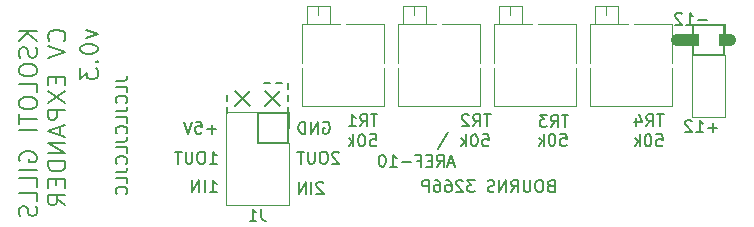
<source format=gbr>
%TF.GenerationSoftware,KiCad,Pcbnew,9.0.6-9.0.6~ubuntu24.04.1*%
%TF.CreationDate,2025-11-20T00:47:47+08:00*%
%TF.ProjectId,ksoloti-gills-cv-expander,6b736f6c-6f74-4692-9d67-696c6c732d63,v0.3*%
%TF.SameCoordinates,Original*%
%TF.FileFunction,Legend,Bot*%
%TF.FilePolarity,Positive*%
%FSLAX46Y46*%
G04 Gerber Fmt 4.6, Leading zero omitted, Abs format (unit mm)*
G04 Created by KiCad (PCBNEW 9.0.6-9.0.6~ubuntu24.04.1) date 2025-11-20 00:47:47*
%MOMM*%
%LPD*%
G01*
G04 APERTURE LIST*
%ADD10C,0.150000*%
%ADD11C,1.000000*%
%ADD12C,0.200000*%
%ADD13C,0.120000*%
%ADD14C,0.650000*%
%ADD15C,1.152000*%
%ADD16C,1.000000*%
%ADD17C,1.440000*%
%ADD18R,1.700000X1.700000*%
%ADD19C,1.700000*%
G04 APERTURE END LIST*
D10*
X-3175000Y3175000D02*
X-1905000Y1905000D01*
X-3870000Y1330000D02*
X-3870000Y1838000D01*
X35590000Y8790000D02*
X38250000Y8790000D01*
X38250000Y6190000D01*
X35590000Y6190000D01*
X35590000Y8790000D01*
X-635000Y3175000D02*
X635000Y1905000D01*
X-194000Y3870000D02*
X-702000Y3870000D01*
X1330000Y3362000D02*
X1330000Y3870000D01*
X-1270000Y1330000D02*
X1330000Y1330000D01*
X1330000Y-1270000D01*
X-1270000Y-1270000D01*
X-1270000Y1330000D01*
X-3175000Y1905000D02*
X-1905000Y3175000D01*
D11*
X38735000Y7518000D02*
X34285000Y7518000D01*
D10*
X1330000Y1330000D02*
X1330000Y1838000D01*
X-3870000Y2346000D02*
X-3870000Y2854000D01*
X-635000Y1905000D02*
X635000Y3175000D01*
X822000Y3870000D02*
X314000Y3870000D01*
X15113000Y127000D02*
X13970000Y-1778000D01*
X1330000Y2346000D02*
X1330000Y2854000D01*
X4284398Y512562D02*
X4379636Y560181D01*
X4379636Y560181D02*
X4522493Y560181D01*
X4522493Y560181D02*
X4665350Y512562D01*
X4665350Y512562D02*
X4760588Y417324D01*
X4760588Y417324D02*
X4808207Y322086D01*
X4808207Y322086D02*
X4855826Y131610D01*
X4855826Y131610D02*
X4855826Y-11247D01*
X4855826Y-11247D02*
X4808207Y-201723D01*
X4808207Y-201723D02*
X4760588Y-296961D01*
X4760588Y-296961D02*
X4665350Y-392200D01*
X4665350Y-392200D02*
X4522493Y-439819D01*
X4522493Y-439819D02*
X4427255Y-439819D01*
X4427255Y-439819D02*
X4284398Y-392200D01*
X4284398Y-392200D02*
X4236779Y-344580D01*
X4236779Y-344580D02*
X4236779Y-11247D01*
X4236779Y-11247D02*
X4427255Y-11247D01*
X3808207Y-439819D02*
X3808207Y560181D01*
X3808207Y560181D02*
X3236779Y-439819D01*
X3236779Y-439819D02*
X3236779Y560181D01*
X2760588Y-439819D02*
X2760588Y560181D01*
X2760588Y560181D02*
X2522493Y560181D01*
X2522493Y560181D02*
X2379636Y512562D01*
X2379636Y512562D02*
X2284398Y417324D01*
X2284398Y417324D02*
X2236779Y322086D01*
X2236779Y322086D02*
X2189160Y131610D01*
X2189160Y131610D02*
X2189160Y-11247D01*
X2189160Y-11247D02*
X2236779Y-201723D01*
X2236779Y-201723D02*
X2284398Y-296961D01*
X2284398Y-296961D02*
X2379636Y-392200D01*
X2379636Y-392200D02*
X2522493Y-439819D01*
X2522493Y-439819D02*
X2760588Y-439819D01*
X37650332Y68134D02*
X36888428Y68134D01*
X37269380Y-312819D02*
X37269380Y449086D01*
X35888428Y-312819D02*
X36459856Y-312819D01*
X36174142Y-312819D02*
X36174142Y687181D01*
X36174142Y687181D02*
X36269380Y544324D01*
X36269380Y544324D02*
X36364618Y449086D01*
X36364618Y449086D02*
X36459856Y401467D01*
X35507475Y591943D02*
X35459856Y639562D01*
X35459856Y639562D02*
X35364618Y687181D01*
X35364618Y687181D02*
X35126523Y687181D01*
X35126523Y687181D02*
X35031285Y639562D01*
X35031285Y639562D02*
X34983666Y591943D01*
X34983666Y591943D02*
X34936047Y496705D01*
X34936047Y496705D02*
X34936047Y401467D01*
X34936047Y401467D02*
X34983666Y258610D01*
X34983666Y258610D02*
X35555094Y-312819D01*
X35555094Y-312819D02*
X34936047Y-312819D01*
X-13295981Y4009449D02*
X-12581696Y4009449D01*
X-12581696Y4009449D02*
X-12438839Y4057068D01*
X-12438839Y4057068D02*
X-12343600Y4152306D01*
X-12343600Y4152306D02*
X-12295981Y4295163D01*
X-12295981Y4295163D02*
X-12295981Y4390401D01*
X-12295981Y3057068D02*
X-12295981Y3533258D01*
X-12295981Y3533258D02*
X-13295981Y3533258D01*
X-12391220Y2152306D02*
X-12343600Y2199925D01*
X-12343600Y2199925D02*
X-12295981Y2342782D01*
X-12295981Y2342782D02*
X-12295981Y2438020D01*
X-12295981Y2438020D02*
X-12343600Y2580877D01*
X-12343600Y2580877D02*
X-12438839Y2676115D01*
X-12438839Y2676115D02*
X-12534077Y2723734D01*
X-12534077Y2723734D02*
X-12724553Y2771353D01*
X-12724553Y2771353D02*
X-12867410Y2771353D01*
X-12867410Y2771353D02*
X-13057886Y2723734D01*
X-13057886Y2723734D02*
X-13153124Y2676115D01*
X-13153124Y2676115D02*
X-13248362Y2580877D01*
X-13248362Y2580877D02*
X-13295981Y2438020D01*
X-13295981Y2438020D02*
X-13295981Y2342782D01*
X-13295981Y2342782D02*
X-13248362Y2199925D01*
X-13248362Y2199925D02*
X-13200743Y2152306D01*
X-13295981Y1438020D02*
X-12581696Y1438020D01*
X-12581696Y1438020D02*
X-12438839Y1485639D01*
X-12438839Y1485639D02*
X-12343600Y1580877D01*
X-12343600Y1580877D02*
X-12295981Y1723734D01*
X-12295981Y1723734D02*
X-12295981Y1818972D01*
X-12295981Y485639D02*
X-12295981Y961829D01*
X-12295981Y961829D02*
X-13295981Y961829D01*
X-12391220Y-419123D02*
X-12343600Y-371504D01*
X-12343600Y-371504D02*
X-12295981Y-228647D01*
X-12295981Y-228647D02*
X-12295981Y-133409D01*
X-12295981Y-133409D02*
X-12343600Y9448D01*
X-12343600Y9448D02*
X-12438839Y104686D01*
X-12438839Y104686D02*
X-12534077Y152305D01*
X-12534077Y152305D02*
X-12724553Y199924D01*
X-12724553Y199924D02*
X-12867410Y199924D01*
X-12867410Y199924D02*
X-13057886Y152305D01*
X-13057886Y152305D02*
X-13153124Y104686D01*
X-13153124Y104686D02*
X-13248362Y9448D01*
X-13248362Y9448D02*
X-13295981Y-133409D01*
X-13295981Y-133409D02*
X-13295981Y-228647D01*
X-13295981Y-228647D02*
X-13248362Y-371504D01*
X-13248362Y-371504D02*
X-13200743Y-419123D01*
X-13295981Y-1133409D02*
X-12581696Y-1133409D01*
X-12581696Y-1133409D02*
X-12438839Y-1085790D01*
X-12438839Y-1085790D02*
X-12343600Y-990552D01*
X-12343600Y-990552D02*
X-12295981Y-847695D01*
X-12295981Y-847695D02*
X-12295981Y-752457D01*
X-12295981Y-2085790D02*
X-12295981Y-1609600D01*
X-12295981Y-1609600D02*
X-13295981Y-1609600D01*
X-12391220Y-2990552D02*
X-12343600Y-2942933D01*
X-12343600Y-2942933D02*
X-12295981Y-2800076D01*
X-12295981Y-2800076D02*
X-12295981Y-2704838D01*
X-12295981Y-2704838D02*
X-12343600Y-2561981D01*
X-12343600Y-2561981D02*
X-12438839Y-2466743D01*
X-12438839Y-2466743D02*
X-12534077Y-2419124D01*
X-12534077Y-2419124D02*
X-12724553Y-2371505D01*
X-12724553Y-2371505D02*
X-12867410Y-2371505D01*
X-12867410Y-2371505D02*
X-13057886Y-2419124D01*
X-13057886Y-2419124D02*
X-13153124Y-2466743D01*
X-13153124Y-2466743D02*
X-13248362Y-2561981D01*
X-13248362Y-2561981D02*
X-13295981Y-2704838D01*
X-13295981Y-2704838D02*
X-13295981Y-2800076D01*
X-13295981Y-2800076D02*
X-13248362Y-2942933D01*
X-13248362Y-2942933D02*
X-13200743Y-2990552D01*
X-13295981Y-3704838D02*
X-12581696Y-3704838D01*
X-12581696Y-3704838D02*
X-12438839Y-3657219D01*
X-12438839Y-3657219D02*
X-12343600Y-3561981D01*
X-12343600Y-3561981D02*
X-12295981Y-3419124D01*
X-12295981Y-3419124D02*
X-12295981Y-3323886D01*
X-12295981Y-4657219D02*
X-12295981Y-4181029D01*
X-12295981Y-4181029D02*
X-13295981Y-4181029D01*
X-12391220Y-5561981D02*
X-12343600Y-5514362D01*
X-12343600Y-5514362D02*
X-12295981Y-5371505D01*
X-12295981Y-5371505D02*
X-12295981Y-5276267D01*
X-12295981Y-5276267D02*
X-12343600Y-5133410D01*
X-12343600Y-5133410D02*
X-12438839Y-5038172D01*
X-12438839Y-5038172D02*
X-12534077Y-4990553D01*
X-12534077Y-4990553D02*
X-12724553Y-4942934D01*
X-12724553Y-4942934D02*
X-12867410Y-4942934D01*
X-12867410Y-4942934D02*
X-13057886Y-4990553D01*
X-13057886Y-4990553D02*
X-13153124Y-5038172D01*
X-13153124Y-5038172D02*
X-13248362Y-5133410D01*
X-13248362Y-5133410D02*
X-13295981Y-5276267D01*
X-13295981Y-5276267D02*
X-13295981Y-5371505D01*
X-13295981Y-5371505D02*
X-13248362Y-5514362D01*
X-13248362Y-5514362D02*
X-13200743Y-5561981D01*
X-5310589Y-5392819D02*
X-4739161Y-5392819D01*
X-5024875Y-5392819D02*
X-5024875Y-4392819D01*
X-5024875Y-4392819D02*
X-4929637Y-4535676D01*
X-4929637Y-4535676D02*
X-4834399Y-4630914D01*
X-4834399Y-4630914D02*
X-4739161Y-4678533D01*
X-5739161Y-5392819D02*
X-5739161Y-4392819D01*
X-6215351Y-5392819D02*
X-6215351Y-4392819D01*
X-6215351Y-4392819D02*
X-6786779Y-5392819D01*
X-6786779Y-5392819D02*
X-6786779Y-4392819D01*
X-4786780Y-58866D02*
X-5548684Y-58866D01*
X-5167732Y-439819D02*
X-5167732Y322086D01*
X-6501065Y560181D02*
X-6024875Y560181D01*
X-6024875Y560181D02*
X-5977256Y83991D01*
X-5977256Y83991D02*
X-6024875Y131610D01*
X-6024875Y131610D02*
X-6120113Y179229D01*
X-6120113Y179229D02*
X-6358208Y179229D01*
X-6358208Y179229D02*
X-6453446Y131610D01*
X-6453446Y131610D02*
X-6501065Y83991D01*
X-6501065Y83991D02*
X-6548684Y-11247D01*
X-6548684Y-11247D02*
X-6548684Y-249342D01*
X-6548684Y-249342D02*
X-6501065Y-344580D01*
X-6501065Y-344580D02*
X-6453446Y-392200D01*
X-6453446Y-392200D02*
X-6358208Y-439819D01*
X-6358208Y-439819D02*
X-6120113Y-439819D01*
X-6120113Y-439819D02*
X-6024875Y-392200D01*
X-6024875Y-392200D02*
X-5977256Y-344580D01*
X-6834399Y560181D02*
X-7167732Y-439819D01*
X-7167732Y-439819D02*
X-7501065Y560181D01*
X23544904Y-4869009D02*
X23402047Y-4916628D01*
X23402047Y-4916628D02*
X23354428Y-4964247D01*
X23354428Y-4964247D02*
X23306809Y-5059485D01*
X23306809Y-5059485D02*
X23306809Y-5202342D01*
X23306809Y-5202342D02*
X23354428Y-5297580D01*
X23354428Y-5297580D02*
X23402047Y-5345200D01*
X23402047Y-5345200D02*
X23497285Y-5392819D01*
X23497285Y-5392819D02*
X23878237Y-5392819D01*
X23878237Y-5392819D02*
X23878237Y-4392819D01*
X23878237Y-4392819D02*
X23544904Y-4392819D01*
X23544904Y-4392819D02*
X23449666Y-4440438D01*
X23449666Y-4440438D02*
X23402047Y-4488057D01*
X23402047Y-4488057D02*
X23354428Y-4583295D01*
X23354428Y-4583295D02*
X23354428Y-4678533D01*
X23354428Y-4678533D02*
X23402047Y-4773771D01*
X23402047Y-4773771D02*
X23449666Y-4821390D01*
X23449666Y-4821390D02*
X23544904Y-4869009D01*
X23544904Y-4869009D02*
X23878237Y-4869009D01*
X22687761Y-4392819D02*
X22497285Y-4392819D01*
X22497285Y-4392819D02*
X22402047Y-4440438D01*
X22402047Y-4440438D02*
X22306809Y-4535676D01*
X22306809Y-4535676D02*
X22259190Y-4726152D01*
X22259190Y-4726152D02*
X22259190Y-5059485D01*
X22259190Y-5059485D02*
X22306809Y-5249961D01*
X22306809Y-5249961D02*
X22402047Y-5345200D01*
X22402047Y-5345200D02*
X22497285Y-5392819D01*
X22497285Y-5392819D02*
X22687761Y-5392819D01*
X22687761Y-5392819D02*
X22782999Y-5345200D01*
X22782999Y-5345200D02*
X22878237Y-5249961D01*
X22878237Y-5249961D02*
X22925856Y-5059485D01*
X22925856Y-5059485D02*
X22925856Y-4726152D01*
X22925856Y-4726152D02*
X22878237Y-4535676D01*
X22878237Y-4535676D02*
X22782999Y-4440438D01*
X22782999Y-4440438D02*
X22687761Y-4392819D01*
X21830618Y-4392819D02*
X21830618Y-5202342D01*
X21830618Y-5202342D02*
X21782999Y-5297580D01*
X21782999Y-5297580D02*
X21735380Y-5345200D01*
X21735380Y-5345200D02*
X21640142Y-5392819D01*
X21640142Y-5392819D02*
X21449666Y-5392819D01*
X21449666Y-5392819D02*
X21354428Y-5345200D01*
X21354428Y-5345200D02*
X21306809Y-5297580D01*
X21306809Y-5297580D02*
X21259190Y-5202342D01*
X21259190Y-5202342D02*
X21259190Y-4392819D01*
X20211571Y-5392819D02*
X20544904Y-4916628D01*
X20782999Y-5392819D02*
X20782999Y-4392819D01*
X20782999Y-4392819D02*
X20402047Y-4392819D01*
X20402047Y-4392819D02*
X20306809Y-4440438D01*
X20306809Y-4440438D02*
X20259190Y-4488057D01*
X20259190Y-4488057D02*
X20211571Y-4583295D01*
X20211571Y-4583295D02*
X20211571Y-4726152D01*
X20211571Y-4726152D02*
X20259190Y-4821390D01*
X20259190Y-4821390D02*
X20306809Y-4869009D01*
X20306809Y-4869009D02*
X20402047Y-4916628D01*
X20402047Y-4916628D02*
X20782999Y-4916628D01*
X19782999Y-5392819D02*
X19782999Y-4392819D01*
X19782999Y-4392819D02*
X19211571Y-5392819D01*
X19211571Y-5392819D02*
X19211571Y-4392819D01*
X18782999Y-5345200D02*
X18640142Y-5392819D01*
X18640142Y-5392819D02*
X18402047Y-5392819D01*
X18402047Y-5392819D02*
X18306809Y-5345200D01*
X18306809Y-5345200D02*
X18259190Y-5297580D01*
X18259190Y-5297580D02*
X18211571Y-5202342D01*
X18211571Y-5202342D02*
X18211571Y-5107104D01*
X18211571Y-5107104D02*
X18259190Y-5011866D01*
X18259190Y-5011866D02*
X18306809Y-4964247D01*
X18306809Y-4964247D02*
X18402047Y-4916628D01*
X18402047Y-4916628D02*
X18592523Y-4869009D01*
X18592523Y-4869009D02*
X18687761Y-4821390D01*
X18687761Y-4821390D02*
X18735380Y-4773771D01*
X18735380Y-4773771D02*
X18782999Y-4678533D01*
X18782999Y-4678533D02*
X18782999Y-4583295D01*
X18782999Y-4583295D02*
X18735380Y-4488057D01*
X18735380Y-4488057D02*
X18687761Y-4440438D01*
X18687761Y-4440438D02*
X18592523Y-4392819D01*
X18592523Y-4392819D02*
X18354428Y-4392819D01*
X18354428Y-4392819D02*
X18211571Y-4440438D01*
X17116332Y-4392819D02*
X16497285Y-4392819D01*
X16497285Y-4392819D02*
X16830618Y-4773771D01*
X16830618Y-4773771D02*
X16687761Y-4773771D01*
X16687761Y-4773771D02*
X16592523Y-4821390D01*
X16592523Y-4821390D02*
X16544904Y-4869009D01*
X16544904Y-4869009D02*
X16497285Y-4964247D01*
X16497285Y-4964247D02*
X16497285Y-5202342D01*
X16497285Y-5202342D02*
X16544904Y-5297580D01*
X16544904Y-5297580D02*
X16592523Y-5345200D01*
X16592523Y-5345200D02*
X16687761Y-5392819D01*
X16687761Y-5392819D02*
X16973475Y-5392819D01*
X16973475Y-5392819D02*
X17068713Y-5345200D01*
X17068713Y-5345200D02*
X17116332Y-5297580D01*
X16116332Y-4488057D02*
X16068713Y-4440438D01*
X16068713Y-4440438D02*
X15973475Y-4392819D01*
X15973475Y-4392819D02*
X15735380Y-4392819D01*
X15735380Y-4392819D02*
X15640142Y-4440438D01*
X15640142Y-4440438D02*
X15592523Y-4488057D01*
X15592523Y-4488057D02*
X15544904Y-4583295D01*
X15544904Y-4583295D02*
X15544904Y-4678533D01*
X15544904Y-4678533D02*
X15592523Y-4821390D01*
X15592523Y-4821390D02*
X16163951Y-5392819D01*
X16163951Y-5392819D02*
X15544904Y-5392819D01*
X14687761Y-4392819D02*
X14878237Y-4392819D01*
X14878237Y-4392819D02*
X14973475Y-4440438D01*
X14973475Y-4440438D02*
X15021094Y-4488057D01*
X15021094Y-4488057D02*
X15116332Y-4630914D01*
X15116332Y-4630914D02*
X15163951Y-4821390D01*
X15163951Y-4821390D02*
X15163951Y-5202342D01*
X15163951Y-5202342D02*
X15116332Y-5297580D01*
X15116332Y-5297580D02*
X15068713Y-5345200D01*
X15068713Y-5345200D02*
X14973475Y-5392819D01*
X14973475Y-5392819D02*
X14782999Y-5392819D01*
X14782999Y-5392819D02*
X14687761Y-5345200D01*
X14687761Y-5345200D02*
X14640142Y-5297580D01*
X14640142Y-5297580D02*
X14592523Y-5202342D01*
X14592523Y-5202342D02*
X14592523Y-4964247D01*
X14592523Y-4964247D02*
X14640142Y-4869009D01*
X14640142Y-4869009D02*
X14687761Y-4821390D01*
X14687761Y-4821390D02*
X14782999Y-4773771D01*
X14782999Y-4773771D02*
X14973475Y-4773771D01*
X14973475Y-4773771D02*
X15068713Y-4821390D01*
X15068713Y-4821390D02*
X15116332Y-4869009D01*
X15116332Y-4869009D02*
X15163951Y-4964247D01*
X13735380Y-4392819D02*
X13925856Y-4392819D01*
X13925856Y-4392819D02*
X14021094Y-4440438D01*
X14021094Y-4440438D02*
X14068713Y-4488057D01*
X14068713Y-4488057D02*
X14163951Y-4630914D01*
X14163951Y-4630914D02*
X14211570Y-4821390D01*
X14211570Y-4821390D02*
X14211570Y-5202342D01*
X14211570Y-5202342D02*
X14163951Y-5297580D01*
X14163951Y-5297580D02*
X14116332Y-5345200D01*
X14116332Y-5345200D02*
X14021094Y-5392819D01*
X14021094Y-5392819D02*
X13830618Y-5392819D01*
X13830618Y-5392819D02*
X13735380Y-5345200D01*
X13735380Y-5345200D02*
X13687761Y-5297580D01*
X13687761Y-5297580D02*
X13640142Y-5202342D01*
X13640142Y-5202342D02*
X13640142Y-4964247D01*
X13640142Y-4964247D02*
X13687761Y-4869009D01*
X13687761Y-4869009D02*
X13735380Y-4821390D01*
X13735380Y-4821390D02*
X13830618Y-4773771D01*
X13830618Y-4773771D02*
X14021094Y-4773771D01*
X14021094Y-4773771D02*
X14116332Y-4821390D01*
X14116332Y-4821390D02*
X14163951Y-4869009D01*
X14163951Y-4869009D02*
X14211570Y-4964247D01*
X13211570Y-5392819D02*
X13211570Y-4392819D01*
X13211570Y-4392819D02*
X12830618Y-4392819D01*
X12830618Y-4392819D02*
X12735380Y-4440438D01*
X12735380Y-4440438D02*
X12687761Y-4488057D01*
X12687761Y-4488057D02*
X12640142Y-4583295D01*
X12640142Y-4583295D02*
X12640142Y-4726152D01*
X12640142Y-4726152D02*
X12687761Y-4821390D01*
X12687761Y-4821390D02*
X12735380Y-4869009D01*
X12735380Y-4869009D02*
X12830618Y-4916628D01*
X12830618Y-4916628D02*
X13211570Y-4916628D01*
D12*
X-15810472Y8365857D02*
X-14810472Y8008714D01*
X-14810472Y8008714D02*
X-15810472Y7651571D01*
X-16310472Y6794428D02*
X-16310472Y6651571D01*
X-16310472Y6651571D02*
X-16239043Y6508714D01*
X-16239043Y6508714D02*
X-16167615Y6437285D01*
X-16167615Y6437285D02*
X-16024758Y6365857D01*
X-16024758Y6365857D02*
X-15739043Y6294428D01*
X-15739043Y6294428D02*
X-15381900Y6294428D01*
X-15381900Y6294428D02*
X-15096186Y6365857D01*
X-15096186Y6365857D02*
X-14953329Y6437285D01*
X-14953329Y6437285D02*
X-14881900Y6508714D01*
X-14881900Y6508714D02*
X-14810472Y6651571D01*
X-14810472Y6651571D02*
X-14810472Y6794428D01*
X-14810472Y6794428D02*
X-14881900Y6937285D01*
X-14881900Y6937285D02*
X-14953329Y7008714D01*
X-14953329Y7008714D02*
X-15096186Y7080143D01*
X-15096186Y7080143D02*
X-15381900Y7151571D01*
X-15381900Y7151571D02*
X-15739043Y7151571D01*
X-15739043Y7151571D02*
X-16024758Y7080143D01*
X-16024758Y7080143D02*
X-16167615Y7008714D01*
X-16167615Y7008714D02*
X-16239043Y6937285D01*
X-16239043Y6937285D02*
X-16310472Y6794428D01*
X-14953329Y5651572D02*
X-14881900Y5580143D01*
X-14881900Y5580143D02*
X-14810472Y5651572D01*
X-14810472Y5651572D02*
X-14881900Y5723000D01*
X-14881900Y5723000D02*
X-14953329Y5651572D01*
X-14953329Y5651572D02*
X-14810472Y5651572D01*
X-16310472Y5080143D02*
X-16310472Y4151571D01*
X-16310472Y4151571D02*
X-15739043Y4651571D01*
X-15739043Y4651571D02*
X-15739043Y4437286D01*
X-15739043Y4437286D02*
X-15667615Y4294428D01*
X-15667615Y4294428D02*
X-15596186Y4223000D01*
X-15596186Y4223000D02*
X-15453329Y4151571D01*
X-15453329Y4151571D02*
X-15096186Y4151571D01*
X-15096186Y4151571D02*
X-14953329Y4223000D01*
X-14953329Y4223000D02*
X-14881900Y4294428D01*
X-14881900Y4294428D02*
X-14810472Y4437286D01*
X-14810472Y4437286D02*
X-14810472Y4865857D01*
X-14810472Y4865857D02*
X-14881900Y5008714D01*
X-14881900Y5008714D02*
X-14953329Y5080143D01*
D10*
X4284397Y-4630057D02*
X4236778Y-4582438D01*
X4236778Y-4582438D02*
X4141540Y-4534819D01*
X4141540Y-4534819D02*
X3903445Y-4534819D01*
X3903445Y-4534819D02*
X3808207Y-4582438D01*
X3808207Y-4582438D02*
X3760588Y-4630057D01*
X3760588Y-4630057D02*
X3712969Y-4725295D01*
X3712969Y-4725295D02*
X3712969Y-4820533D01*
X3712969Y-4820533D02*
X3760588Y-4963390D01*
X3760588Y-4963390D02*
X4332016Y-5534819D01*
X4332016Y-5534819D02*
X3712969Y-5534819D01*
X3284397Y-5534819D02*
X3284397Y-4534819D01*
X2808207Y-5534819D02*
X2808207Y-4534819D01*
X2808207Y-4534819D02*
X2236779Y-5534819D01*
X2236779Y-5534819D02*
X2236779Y-4534819D01*
X-5310589Y-2979819D02*
X-4739161Y-2979819D01*
X-5024875Y-2979819D02*
X-5024875Y-1979819D01*
X-5024875Y-1979819D02*
X-4929637Y-2122676D01*
X-4929637Y-2122676D02*
X-4834399Y-2217914D01*
X-4834399Y-2217914D02*
X-4739161Y-2265533D01*
X-5929637Y-1979819D02*
X-6120113Y-1979819D01*
X-6120113Y-1979819D02*
X-6215351Y-2027438D01*
X-6215351Y-2027438D02*
X-6310589Y-2122676D01*
X-6310589Y-2122676D02*
X-6358208Y-2313152D01*
X-6358208Y-2313152D02*
X-6358208Y-2646485D01*
X-6358208Y-2646485D02*
X-6310589Y-2836961D01*
X-6310589Y-2836961D02*
X-6215351Y-2932200D01*
X-6215351Y-2932200D02*
X-6120113Y-2979819D01*
X-6120113Y-2979819D02*
X-5929637Y-2979819D01*
X-5929637Y-2979819D02*
X-5834399Y-2932200D01*
X-5834399Y-2932200D02*
X-5739161Y-2836961D01*
X-5739161Y-2836961D02*
X-5691542Y-2646485D01*
X-5691542Y-2646485D02*
X-5691542Y-2313152D01*
X-5691542Y-2313152D02*
X-5739161Y-2122676D01*
X-5739161Y-2122676D02*
X-5834399Y-2027438D01*
X-5834399Y-2027438D02*
X-5929637Y-1979819D01*
X-6786780Y-1979819D02*
X-6786780Y-2789342D01*
X-6786780Y-2789342D02*
X-6834399Y-2884580D01*
X-6834399Y-2884580D02*
X-6882018Y-2932200D01*
X-6882018Y-2932200D02*
X-6977256Y-2979819D01*
X-6977256Y-2979819D02*
X-7167732Y-2979819D01*
X-7167732Y-2979819D02*
X-7262970Y-2932200D01*
X-7262970Y-2932200D02*
X-7310589Y-2884580D01*
X-7310589Y-2884580D02*
X-7358208Y-2789342D01*
X-7358208Y-2789342D02*
X-7358208Y-1979819D01*
X-7691542Y-1979819D02*
X-8262970Y-1979819D01*
X-7977256Y-2979819D02*
X-7977256Y-1979819D01*
X5617731Y-2075057D02*
X5570112Y-2027438D01*
X5570112Y-2027438D02*
X5474874Y-1979819D01*
X5474874Y-1979819D02*
X5236779Y-1979819D01*
X5236779Y-1979819D02*
X5141541Y-2027438D01*
X5141541Y-2027438D02*
X5093922Y-2075057D01*
X5093922Y-2075057D02*
X5046303Y-2170295D01*
X5046303Y-2170295D02*
X5046303Y-2265533D01*
X5046303Y-2265533D02*
X5093922Y-2408390D01*
X5093922Y-2408390D02*
X5665350Y-2979819D01*
X5665350Y-2979819D02*
X5046303Y-2979819D01*
X4427255Y-1979819D02*
X4236779Y-1979819D01*
X4236779Y-1979819D02*
X4141541Y-2027438D01*
X4141541Y-2027438D02*
X4046303Y-2122676D01*
X4046303Y-2122676D02*
X3998684Y-2313152D01*
X3998684Y-2313152D02*
X3998684Y-2646485D01*
X3998684Y-2646485D02*
X4046303Y-2836961D01*
X4046303Y-2836961D02*
X4141541Y-2932200D01*
X4141541Y-2932200D02*
X4236779Y-2979819D01*
X4236779Y-2979819D02*
X4427255Y-2979819D01*
X4427255Y-2979819D02*
X4522493Y-2932200D01*
X4522493Y-2932200D02*
X4617731Y-2836961D01*
X4617731Y-2836961D02*
X4665350Y-2646485D01*
X4665350Y-2646485D02*
X4665350Y-2313152D01*
X4665350Y-2313152D02*
X4617731Y-2122676D01*
X4617731Y-2122676D02*
X4522493Y-2027438D01*
X4522493Y-2027438D02*
X4427255Y-1979819D01*
X3570112Y-1979819D02*
X3570112Y-2789342D01*
X3570112Y-2789342D02*
X3522493Y-2884580D01*
X3522493Y-2884580D02*
X3474874Y-2932200D01*
X3474874Y-2932200D02*
X3379636Y-2979819D01*
X3379636Y-2979819D02*
X3189160Y-2979819D01*
X3189160Y-2979819D02*
X3093922Y-2932200D01*
X3093922Y-2932200D02*
X3046303Y-2884580D01*
X3046303Y-2884580D02*
X2998684Y-2789342D01*
X2998684Y-2789342D02*
X2998684Y-1979819D01*
X2665350Y-1979819D02*
X2093922Y-1979819D01*
X2379636Y-2979819D02*
X2379636Y-1979819D01*
X36791732Y9171734D02*
X36029828Y9171734D01*
X35029828Y8790781D02*
X35601256Y8790781D01*
X35315542Y8790781D02*
X35315542Y9790781D01*
X35315542Y9790781D02*
X35410780Y9647924D01*
X35410780Y9647924D02*
X35506018Y9552686D01*
X35506018Y9552686D02*
X35601256Y9505067D01*
X34648875Y9695543D02*
X34601256Y9743162D01*
X34601256Y9743162D02*
X34506018Y9790781D01*
X34506018Y9790781D02*
X34267923Y9790781D01*
X34267923Y9790781D02*
X34172685Y9743162D01*
X34172685Y9743162D02*
X34125066Y9695543D01*
X34125066Y9695543D02*
X34077447Y9600305D01*
X34077447Y9600305D02*
X34077447Y9505067D01*
X34077447Y9505067D02*
X34125066Y9362210D01*
X34125066Y9362210D02*
X34696494Y8790781D01*
X34696494Y8790781D02*
X34077447Y8790781D01*
D12*
X-19954930Y8274280D02*
X-21454930Y8274280D01*
X-19954930Y7417137D02*
X-20812073Y8059994D01*
X-21454930Y7417137D02*
X-20597787Y8274280D01*
X-20026358Y6845708D02*
X-19954930Y6631422D01*
X-19954930Y6631422D02*
X-19954930Y6274280D01*
X-19954930Y6274280D02*
X-20026358Y6131422D01*
X-20026358Y6131422D02*
X-20097787Y6059994D01*
X-20097787Y6059994D02*
X-20240644Y5988565D01*
X-20240644Y5988565D02*
X-20383501Y5988565D01*
X-20383501Y5988565D02*
X-20526358Y6059994D01*
X-20526358Y6059994D02*
X-20597787Y6131422D01*
X-20597787Y6131422D02*
X-20669216Y6274280D01*
X-20669216Y6274280D02*
X-20740644Y6559994D01*
X-20740644Y6559994D02*
X-20812073Y6702851D01*
X-20812073Y6702851D02*
X-20883501Y6774280D01*
X-20883501Y6774280D02*
X-21026358Y6845708D01*
X-21026358Y6845708D02*
X-21169216Y6845708D01*
X-21169216Y6845708D02*
X-21312073Y6774280D01*
X-21312073Y6774280D02*
X-21383501Y6702851D01*
X-21383501Y6702851D02*
X-21454930Y6559994D01*
X-21454930Y6559994D02*
X-21454930Y6202851D01*
X-21454930Y6202851D02*
X-21383501Y5988565D01*
X-21454930Y5059994D02*
X-21454930Y4774280D01*
X-21454930Y4774280D02*
X-21383501Y4631423D01*
X-21383501Y4631423D02*
X-21240644Y4488566D01*
X-21240644Y4488566D02*
X-20954930Y4417137D01*
X-20954930Y4417137D02*
X-20454930Y4417137D01*
X-20454930Y4417137D02*
X-20169216Y4488566D01*
X-20169216Y4488566D02*
X-20026358Y4631423D01*
X-20026358Y4631423D02*
X-19954930Y4774280D01*
X-19954930Y4774280D02*
X-19954930Y5059994D01*
X-19954930Y5059994D02*
X-20026358Y5202851D01*
X-20026358Y5202851D02*
X-20169216Y5345709D01*
X-20169216Y5345709D02*
X-20454930Y5417137D01*
X-20454930Y5417137D02*
X-20954930Y5417137D01*
X-20954930Y5417137D02*
X-21240644Y5345709D01*
X-21240644Y5345709D02*
X-21383501Y5202851D01*
X-21383501Y5202851D02*
X-21454930Y5059994D01*
X-19954930Y3059994D02*
X-19954930Y3774280D01*
X-19954930Y3774280D02*
X-21454930Y3774280D01*
X-21454930Y2274279D02*
X-21454930Y1988565D01*
X-21454930Y1988565D02*
X-21383501Y1845708D01*
X-21383501Y1845708D02*
X-21240644Y1702851D01*
X-21240644Y1702851D02*
X-20954930Y1631422D01*
X-20954930Y1631422D02*
X-20454930Y1631422D01*
X-20454930Y1631422D02*
X-20169216Y1702851D01*
X-20169216Y1702851D02*
X-20026358Y1845708D01*
X-20026358Y1845708D02*
X-19954930Y1988565D01*
X-19954930Y1988565D02*
X-19954930Y2274279D01*
X-19954930Y2274279D02*
X-20026358Y2417136D01*
X-20026358Y2417136D02*
X-20169216Y2559994D01*
X-20169216Y2559994D02*
X-20454930Y2631422D01*
X-20454930Y2631422D02*
X-20954930Y2631422D01*
X-20954930Y2631422D02*
X-21240644Y2559994D01*
X-21240644Y2559994D02*
X-21383501Y2417136D01*
X-21383501Y2417136D02*
X-21454930Y2274279D01*
X-21454930Y1202850D02*
X-21454930Y345707D01*
X-19954930Y774279D02*
X-21454930Y774279D01*
X-19954930Y-154292D02*
X-21454930Y-154292D01*
X-21383501Y-2797150D02*
X-21454930Y-2654293D01*
X-21454930Y-2654293D02*
X-21454930Y-2440007D01*
X-21454930Y-2440007D02*
X-21383501Y-2225721D01*
X-21383501Y-2225721D02*
X-21240644Y-2082864D01*
X-21240644Y-2082864D02*
X-21097787Y-2011435D01*
X-21097787Y-2011435D02*
X-20812073Y-1940007D01*
X-20812073Y-1940007D02*
X-20597787Y-1940007D01*
X-20597787Y-1940007D02*
X-20312073Y-2011435D01*
X-20312073Y-2011435D02*
X-20169216Y-2082864D01*
X-20169216Y-2082864D02*
X-20026358Y-2225721D01*
X-20026358Y-2225721D02*
X-19954930Y-2440007D01*
X-19954930Y-2440007D02*
X-19954930Y-2582864D01*
X-19954930Y-2582864D02*
X-20026358Y-2797150D01*
X-20026358Y-2797150D02*
X-20097787Y-2868578D01*
X-20097787Y-2868578D02*
X-20597787Y-2868578D01*
X-20597787Y-2868578D02*
X-20597787Y-2582864D01*
X-19954930Y-3511435D02*
X-21454930Y-3511435D01*
X-19954930Y-4940007D02*
X-19954930Y-4225721D01*
X-19954930Y-4225721D02*
X-21454930Y-4225721D01*
X-19954930Y-6154293D02*
X-19954930Y-5440007D01*
X-19954930Y-5440007D02*
X-21454930Y-5440007D01*
X-20026358Y-6582865D02*
X-19954930Y-6797151D01*
X-19954930Y-6797151D02*
X-19954930Y-7154293D01*
X-19954930Y-7154293D02*
X-20026358Y-7297151D01*
X-20026358Y-7297151D02*
X-20097787Y-7368579D01*
X-20097787Y-7368579D02*
X-20240644Y-7440008D01*
X-20240644Y-7440008D02*
X-20383501Y-7440008D01*
X-20383501Y-7440008D02*
X-20526358Y-7368579D01*
X-20526358Y-7368579D02*
X-20597787Y-7297151D01*
X-20597787Y-7297151D02*
X-20669216Y-7154293D01*
X-20669216Y-7154293D02*
X-20740644Y-6868579D01*
X-20740644Y-6868579D02*
X-20812073Y-6725722D01*
X-20812073Y-6725722D02*
X-20883501Y-6654293D01*
X-20883501Y-6654293D02*
X-21026358Y-6582865D01*
X-21026358Y-6582865D02*
X-21169216Y-6582865D01*
X-21169216Y-6582865D02*
X-21312073Y-6654293D01*
X-21312073Y-6654293D02*
X-21383501Y-6725722D01*
X-21383501Y-6725722D02*
X-21454930Y-6868579D01*
X-21454930Y-6868579D02*
X-21454930Y-7225722D01*
X-21454930Y-7225722D02*
X-21383501Y-7440008D01*
X-17682871Y7417137D02*
X-17611442Y7488565D01*
X-17611442Y7488565D02*
X-17540014Y7702851D01*
X-17540014Y7702851D02*
X-17540014Y7845708D01*
X-17540014Y7845708D02*
X-17611442Y8059994D01*
X-17611442Y8059994D02*
X-17754300Y8202851D01*
X-17754300Y8202851D02*
X-17897157Y8274280D01*
X-17897157Y8274280D02*
X-18182871Y8345708D01*
X-18182871Y8345708D02*
X-18397157Y8345708D01*
X-18397157Y8345708D02*
X-18682871Y8274280D01*
X-18682871Y8274280D02*
X-18825728Y8202851D01*
X-18825728Y8202851D02*
X-18968585Y8059994D01*
X-18968585Y8059994D02*
X-19040014Y7845708D01*
X-19040014Y7845708D02*
X-19040014Y7702851D01*
X-19040014Y7702851D02*
X-18968585Y7488565D01*
X-18968585Y7488565D02*
X-18897157Y7417137D01*
X-19040014Y6988565D02*
X-17540014Y6488565D01*
X-17540014Y6488565D02*
X-19040014Y5988565D01*
X-18325728Y4345709D02*
X-18325728Y3845709D01*
X-17540014Y3631423D02*
X-17540014Y4345709D01*
X-17540014Y4345709D02*
X-19040014Y4345709D01*
X-19040014Y4345709D02*
X-19040014Y3631423D01*
X-19040014Y3131423D02*
X-17540014Y2131423D01*
X-19040014Y2131423D02*
X-17540014Y3131423D01*
X-17540014Y1559995D02*
X-19040014Y1559995D01*
X-19040014Y1559995D02*
X-19040014Y988566D01*
X-19040014Y988566D02*
X-18968585Y845709D01*
X-18968585Y845709D02*
X-18897157Y774280D01*
X-18897157Y774280D02*
X-18754300Y702852D01*
X-18754300Y702852D02*
X-18540014Y702852D01*
X-18540014Y702852D02*
X-18397157Y774280D01*
X-18397157Y774280D02*
X-18325728Y845709D01*
X-18325728Y845709D02*
X-18254300Y988566D01*
X-18254300Y988566D02*
X-18254300Y1559995D01*
X-17968585Y131423D02*
X-17968585Y-582863D01*
X-17540014Y274280D02*
X-19040014Y-225720D01*
X-19040014Y-225720D02*
X-17540014Y-725720D01*
X-17540014Y-1225719D02*
X-19040014Y-1225719D01*
X-19040014Y-1225719D02*
X-17540014Y-2082862D01*
X-17540014Y-2082862D02*
X-19040014Y-2082862D01*
X-17540014Y-2797148D02*
X-19040014Y-2797148D01*
X-19040014Y-2797148D02*
X-19040014Y-3154291D01*
X-19040014Y-3154291D02*
X-18968585Y-3368577D01*
X-18968585Y-3368577D02*
X-18825728Y-3511434D01*
X-18825728Y-3511434D02*
X-18682871Y-3582863D01*
X-18682871Y-3582863D02*
X-18397157Y-3654291D01*
X-18397157Y-3654291D02*
X-18182871Y-3654291D01*
X-18182871Y-3654291D02*
X-17897157Y-3582863D01*
X-17897157Y-3582863D02*
X-17754300Y-3511434D01*
X-17754300Y-3511434D02*
X-17611442Y-3368577D01*
X-17611442Y-3368577D02*
X-17540014Y-3154291D01*
X-17540014Y-3154291D02*
X-17540014Y-2797148D01*
X-18325728Y-4297148D02*
X-18325728Y-4797148D01*
X-17540014Y-5011434D02*
X-17540014Y-4297148D01*
X-17540014Y-4297148D02*
X-19040014Y-4297148D01*
X-19040014Y-4297148D02*
X-19040014Y-5011434D01*
X-17540014Y-6511434D02*
X-18254300Y-6011434D01*
X-17540014Y-5654291D02*
X-19040014Y-5654291D01*
X-19040014Y-5654291D02*
X-19040014Y-6225720D01*
X-19040014Y-6225720D02*
X-18968585Y-6368577D01*
X-18968585Y-6368577D02*
X-18897157Y-6440006D01*
X-18897157Y-6440006D02*
X-18754300Y-6511434D01*
X-18754300Y-6511434D02*
X-18540014Y-6511434D01*
X-18540014Y-6511434D02*
X-18397157Y-6440006D01*
X-18397157Y-6440006D02*
X-18325728Y-6368577D01*
X-18325728Y-6368577D02*
X-18254300Y-6225720D01*
X-18254300Y-6225720D02*
X-18254300Y-5654291D01*
D10*
X15382475Y-2963104D02*
X14906285Y-2963104D01*
X15477713Y-3248819D02*
X15144380Y-2248819D01*
X15144380Y-2248819D02*
X14811047Y-3248819D01*
X13906285Y-3248819D02*
X14239618Y-2772628D01*
X14477713Y-3248819D02*
X14477713Y-2248819D01*
X14477713Y-2248819D02*
X14096761Y-2248819D01*
X14096761Y-2248819D02*
X14001523Y-2296438D01*
X14001523Y-2296438D02*
X13953904Y-2344057D01*
X13953904Y-2344057D02*
X13906285Y-2439295D01*
X13906285Y-2439295D02*
X13906285Y-2582152D01*
X13906285Y-2582152D02*
X13953904Y-2677390D01*
X13953904Y-2677390D02*
X14001523Y-2725009D01*
X14001523Y-2725009D02*
X14096761Y-2772628D01*
X14096761Y-2772628D02*
X14477713Y-2772628D01*
X13477713Y-2725009D02*
X13144380Y-2725009D01*
X13001523Y-3248819D02*
X13477713Y-3248819D01*
X13477713Y-3248819D02*
X13477713Y-2248819D01*
X13477713Y-2248819D02*
X13001523Y-2248819D01*
X12239618Y-2725009D02*
X12572951Y-2725009D01*
X12572951Y-3248819D02*
X12572951Y-2248819D01*
X12572951Y-2248819D02*
X12096761Y-2248819D01*
X11715808Y-2867866D02*
X10953904Y-2867866D01*
X9953904Y-3248819D02*
X10525332Y-3248819D01*
X10239618Y-3248819D02*
X10239618Y-2248819D01*
X10239618Y-2248819D02*
X10334856Y-2391676D01*
X10334856Y-2391676D02*
X10430094Y-2486914D01*
X10430094Y-2486914D02*
X10525332Y-2534533D01*
X9334856Y-2248819D02*
X9239618Y-2248819D01*
X9239618Y-2248819D02*
X9144380Y-2296438D01*
X9144380Y-2296438D02*
X9096761Y-2344057D01*
X9096761Y-2344057D02*
X9049142Y-2439295D01*
X9049142Y-2439295D02*
X9001523Y-2629771D01*
X9001523Y-2629771D02*
X9001523Y-2867866D01*
X9001523Y-2867866D02*
X9049142Y-3058342D01*
X9049142Y-3058342D02*
X9096761Y-3153580D01*
X9096761Y-3153580D02*
X9144380Y-3201200D01*
X9144380Y-3201200D02*
X9239618Y-3248819D01*
X9239618Y-3248819D02*
X9334856Y-3248819D01*
X9334856Y-3248819D02*
X9430094Y-3201200D01*
X9430094Y-3201200D02*
X9477713Y-3153580D01*
X9477713Y-3153580D02*
X9525332Y-3058342D01*
X9525332Y-3058342D02*
X9572951Y-2867866D01*
X9572951Y-2867866D02*
X9572951Y-2629771D01*
X9572951Y-2629771D02*
X9525332Y-2439295D01*
X9525332Y-2439295D02*
X9477713Y-2344057D01*
X9477713Y-2344057D02*
X9430094Y-2296438D01*
X9430094Y-2296438D02*
X9334856Y-2248819D01*
X33117904Y1182381D02*
X32546476Y1182381D01*
X32832190Y182381D02*
X32832190Y1182381D01*
X31641714Y182381D02*
X31975047Y658572D01*
X32213142Y182381D02*
X32213142Y1182381D01*
X32213142Y1182381D02*
X31832190Y1182381D01*
X31832190Y1182381D02*
X31736952Y1134762D01*
X31736952Y1134762D02*
X31689333Y1087143D01*
X31689333Y1087143D02*
X31641714Y991905D01*
X31641714Y991905D02*
X31641714Y849048D01*
X31641714Y849048D02*
X31689333Y753810D01*
X31689333Y753810D02*
X31736952Y706191D01*
X31736952Y706191D02*
X31832190Y658572D01*
X31832190Y658572D02*
X32213142Y658572D01*
X30784571Y849048D02*
X30784571Y182381D01*
X31022666Y1230000D02*
X31260761Y515715D01*
X31260761Y515715D02*
X30641714Y515715D01*
X32498857Y-519419D02*
X32975047Y-519419D01*
X32975047Y-519419D02*
X33022666Y-995609D01*
X33022666Y-995609D02*
X32975047Y-947990D01*
X32975047Y-947990D02*
X32879809Y-900371D01*
X32879809Y-900371D02*
X32641714Y-900371D01*
X32641714Y-900371D02*
X32546476Y-947990D01*
X32546476Y-947990D02*
X32498857Y-995609D01*
X32498857Y-995609D02*
X32451238Y-1090847D01*
X32451238Y-1090847D02*
X32451238Y-1328942D01*
X32451238Y-1328942D02*
X32498857Y-1424180D01*
X32498857Y-1424180D02*
X32546476Y-1471800D01*
X32546476Y-1471800D02*
X32641714Y-1519419D01*
X32641714Y-1519419D02*
X32879809Y-1519419D01*
X32879809Y-1519419D02*
X32975047Y-1471800D01*
X32975047Y-1471800D02*
X33022666Y-1424180D01*
X31832190Y-519419D02*
X31736952Y-519419D01*
X31736952Y-519419D02*
X31641714Y-567038D01*
X31641714Y-567038D02*
X31594095Y-614657D01*
X31594095Y-614657D02*
X31546476Y-709895D01*
X31546476Y-709895D02*
X31498857Y-900371D01*
X31498857Y-900371D02*
X31498857Y-1138466D01*
X31498857Y-1138466D02*
X31546476Y-1328942D01*
X31546476Y-1328942D02*
X31594095Y-1424180D01*
X31594095Y-1424180D02*
X31641714Y-1471800D01*
X31641714Y-1471800D02*
X31736952Y-1519419D01*
X31736952Y-1519419D02*
X31832190Y-1519419D01*
X31832190Y-1519419D02*
X31927428Y-1471800D01*
X31927428Y-1471800D02*
X31975047Y-1424180D01*
X31975047Y-1424180D02*
X32022666Y-1328942D01*
X32022666Y-1328942D02*
X32070285Y-1138466D01*
X32070285Y-1138466D02*
X32070285Y-900371D01*
X32070285Y-900371D02*
X32022666Y-709895D01*
X32022666Y-709895D02*
X31975047Y-614657D01*
X31975047Y-614657D02*
X31927428Y-567038D01*
X31927428Y-567038D02*
X31832190Y-519419D01*
X31070285Y-1519419D02*
X31070285Y-519419D01*
X30975047Y-1138466D02*
X30689333Y-1519419D01*
X30689333Y-852752D02*
X31070285Y-1233704D01*
X25040704Y1131581D02*
X24469276Y1131581D01*
X24754990Y131581D02*
X24754990Y1131581D01*
X23564514Y131581D02*
X23897847Y607772D01*
X24135942Y131581D02*
X24135942Y1131581D01*
X24135942Y1131581D02*
X23754990Y1131581D01*
X23754990Y1131581D02*
X23659752Y1083962D01*
X23659752Y1083962D02*
X23612133Y1036343D01*
X23612133Y1036343D02*
X23564514Y941105D01*
X23564514Y941105D02*
X23564514Y798248D01*
X23564514Y798248D02*
X23612133Y703010D01*
X23612133Y703010D02*
X23659752Y655391D01*
X23659752Y655391D02*
X23754990Y607772D01*
X23754990Y607772D02*
X24135942Y607772D01*
X23231180Y1131581D02*
X22612133Y1131581D01*
X22612133Y1131581D02*
X22945466Y750629D01*
X22945466Y750629D02*
X22802609Y750629D01*
X22802609Y750629D02*
X22707371Y703010D01*
X22707371Y703010D02*
X22659752Y655391D01*
X22659752Y655391D02*
X22612133Y560153D01*
X22612133Y560153D02*
X22612133Y322058D01*
X22612133Y322058D02*
X22659752Y226820D01*
X22659752Y226820D02*
X22707371Y179200D01*
X22707371Y179200D02*
X22802609Y131581D01*
X22802609Y131581D02*
X23088323Y131581D01*
X23088323Y131581D02*
X23183561Y179200D01*
X23183561Y179200D02*
X23231180Y226820D01*
X24370857Y-468619D02*
X24847047Y-468619D01*
X24847047Y-468619D02*
X24894666Y-944809D01*
X24894666Y-944809D02*
X24847047Y-897190D01*
X24847047Y-897190D02*
X24751809Y-849571D01*
X24751809Y-849571D02*
X24513714Y-849571D01*
X24513714Y-849571D02*
X24418476Y-897190D01*
X24418476Y-897190D02*
X24370857Y-944809D01*
X24370857Y-944809D02*
X24323238Y-1040047D01*
X24323238Y-1040047D02*
X24323238Y-1278142D01*
X24323238Y-1278142D02*
X24370857Y-1373380D01*
X24370857Y-1373380D02*
X24418476Y-1421000D01*
X24418476Y-1421000D02*
X24513714Y-1468619D01*
X24513714Y-1468619D02*
X24751809Y-1468619D01*
X24751809Y-1468619D02*
X24847047Y-1421000D01*
X24847047Y-1421000D02*
X24894666Y-1373380D01*
X23704190Y-468619D02*
X23608952Y-468619D01*
X23608952Y-468619D02*
X23513714Y-516238D01*
X23513714Y-516238D02*
X23466095Y-563857D01*
X23466095Y-563857D02*
X23418476Y-659095D01*
X23418476Y-659095D02*
X23370857Y-849571D01*
X23370857Y-849571D02*
X23370857Y-1087666D01*
X23370857Y-1087666D02*
X23418476Y-1278142D01*
X23418476Y-1278142D02*
X23466095Y-1373380D01*
X23466095Y-1373380D02*
X23513714Y-1421000D01*
X23513714Y-1421000D02*
X23608952Y-1468619D01*
X23608952Y-1468619D02*
X23704190Y-1468619D01*
X23704190Y-1468619D02*
X23799428Y-1421000D01*
X23799428Y-1421000D02*
X23847047Y-1373380D01*
X23847047Y-1373380D02*
X23894666Y-1278142D01*
X23894666Y-1278142D02*
X23942285Y-1087666D01*
X23942285Y-1087666D02*
X23942285Y-849571D01*
X23942285Y-849571D02*
X23894666Y-659095D01*
X23894666Y-659095D02*
X23847047Y-563857D01*
X23847047Y-563857D02*
X23799428Y-516238D01*
X23799428Y-516238D02*
X23704190Y-468619D01*
X22942285Y-1468619D02*
X22942285Y-468619D01*
X22847047Y-1087666D02*
X22561333Y-1468619D01*
X22561333Y-801952D02*
X22942285Y-1182904D01*
X-936667Y-6820819D02*
X-936667Y-7535104D01*
X-936667Y-7535104D02*
X-889048Y-7677961D01*
X-889048Y-7677961D02*
X-793810Y-7773200D01*
X-793810Y-7773200D02*
X-650953Y-7820819D01*
X-650953Y-7820819D02*
X-555715Y-7820819D01*
X-1936667Y-7820819D02*
X-1365239Y-7820819D01*
X-1650953Y-7820819D02*
X-1650953Y-6820819D01*
X-1650953Y-6820819D02*
X-1555715Y-6963676D01*
X-1555715Y-6963676D02*
X-1460477Y-7058914D01*
X-1460477Y-7058914D02*
X-1365239Y-7106533D01*
X8881904Y1182381D02*
X8310476Y1182381D01*
X8596190Y182381D02*
X8596190Y1182381D01*
X7405714Y182381D02*
X7739047Y658572D01*
X7977142Y182381D02*
X7977142Y1182381D01*
X7977142Y1182381D02*
X7596190Y1182381D01*
X7596190Y1182381D02*
X7500952Y1134762D01*
X7500952Y1134762D02*
X7453333Y1087143D01*
X7453333Y1087143D02*
X7405714Y991905D01*
X7405714Y991905D02*
X7405714Y849048D01*
X7405714Y849048D02*
X7453333Y753810D01*
X7453333Y753810D02*
X7500952Y706191D01*
X7500952Y706191D02*
X7596190Y658572D01*
X7596190Y658572D02*
X7977142Y658572D01*
X6453333Y182381D02*
X7024761Y182381D01*
X6739047Y182381D02*
X6739047Y1182381D01*
X6739047Y1182381D02*
X6834285Y1039524D01*
X6834285Y1039524D02*
X6929523Y944286D01*
X6929523Y944286D02*
X7024761Y896667D01*
X8262857Y-519419D02*
X8739047Y-519419D01*
X8739047Y-519419D02*
X8786666Y-995609D01*
X8786666Y-995609D02*
X8739047Y-947990D01*
X8739047Y-947990D02*
X8643809Y-900371D01*
X8643809Y-900371D02*
X8405714Y-900371D01*
X8405714Y-900371D02*
X8310476Y-947990D01*
X8310476Y-947990D02*
X8262857Y-995609D01*
X8262857Y-995609D02*
X8215238Y-1090847D01*
X8215238Y-1090847D02*
X8215238Y-1328942D01*
X8215238Y-1328942D02*
X8262857Y-1424180D01*
X8262857Y-1424180D02*
X8310476Y-1471800D01*
X8310476Y-1471800D02*
X8405714Y-1519419D01*
X8405714Y-1519419D02*
X8643809Y-1519419D01*
X8643809Y-1519419D02*
X8739047Y-1471800D01*
X8739047Y-1471800D02*
X8786666Y-1424180D01*
X7596190Y-519419D02*
X7500952Y-519419D01*
X7500952Y-519419D02*
X7405714Y-567038D01*
X7405714Y-567038D02*
X7358095Y-614657D01*
X7358095Y-614657D02*
X7310476Y-709895D01*
X7310476Y-709895D02*
X7262857Y-900371D01*
X7262857Y-900371D02*
X7262857Y-1138466D01*
X7262857Y-1138466D02*
X7310476Y-1328942D01*
X7310476Y-1328942D02*
X7358095Y-1424180D01*
X7358095Y-1424180D02*
X7405714Y-1471800D01*
X7405714Y-1471800D02*
X7500952Y-1519419D01*
X7500952Y-1519419D02*
X7596190Y-1519419D01*
X7596190Y-1519419D02*
X7691428Y-1471800D01*
X7691428Y-1471800D02*
X7739047Y-1424180D01*
X7739047Y-1424180D02*
X7786666Y-1328942D01*
X7786666Y-1328942D02*
X7834285Y-1138466D01*
X7834285Y-1138466D02*
X7834285Y-900371D01*
X7834285Y-900371D02*
X7786666Y-709895D01*
X7786666Y-709895D02*
X7739047Y-614657D01*
X7739047Y-614657D02*
X7691428Y-567038D01*
X7691428Y-567038D02*
X7596190Y-519419D01*
X6834285Y-1519419D02*
X6834285Y-519419D01*
X6739047Y-1138466D02*
X6453333Y-1519419D01*
X6453333Y-852752D02*
X6834285Y-1233704D01*
X18457704Y1182381D02*
X17886276Y1182381D01*
X18171990Y182381D02*
X18171990Y1182381D01*
X16981514Y182381D02*
X17314847Y658572D01*
X17552942Y182381D02*
X17552942Y1182381D01*
X17552942Y1182381D02*
X17171990Y1182381D01*
X17171990Y1182381D02*
X17076752Y1134762D01*
X17076752Y1134762D02*
X17029133Y1087143D01*
X17029133Y1087143D02*
X16981514Y991905D01*
X16981514Y991905D02*
X16981514Y849048D01*
X16981514Y849048D02*
X17029133Y753810D01*
X17029133Y753810D02*
X17076752Y706191D01*
X17076752Y706191D02*
X17171990Y658572D01*
X17171990Y658572D02*
X17552942Y658572D01*
X16600561Y1087143D02*
X16552942Y1134762D01*
X16552942Y1134762D02*
X16457704Y1182381D01*
X16457704Y1182381D02*
X16219609Y1182381D01*
X16219609Y1182381D02*
X16124371Y1134762D01*
X16124371Y1134762D02*
X16076752Y1087143D01*
X16076752Y1087143D02*
X16029133Y991905D01*
X16029133Y991905D02*
X16029133Y896667D01*
X16029133Y896667D02*
X16076752Y753810D01*
X16076752Y753810D02*
X16648180Y182381D01*
X16648180Y182381D02*
X16029133Y182381D01*
X17787857Y-519419D02*
X18264047Y-519419D01*
X18264047Y-519419D02*
X18311666Y-995609D01*
X18311666Y-995609D02*
X18264047Y-947990D01*
X18264047Y-947990D02*
X18168809Y-900371D01*
X18168809Y-900371D02*
X17930714Y-900371D01*
X17930714Y-900371D02*
X17835476Y-947990D01*
X17835476Y-947990D02*
X17787857Y-995609D01*
X17787857Y-995609D02*
X17740238Y-1090847D01*
X17740238Y-1090847D02*
X17740238Y-1328942D01*
X17740238Y-1328942D02*
X17787857Y-1424180D01*
X17787857Y-1424180D02*
X17835476Y-1471800D01*
X17835476Y-1471800D02*
X17930714Y-1519419D01*
X17930714Y-1519419D02*
X18168809Y-1519419D01*
X18168809Y-1519419D02*
X18264047Y-1471800D01*
X18264047Y-1471800D02*
X18311666Y-1424180D01*
X17121190Y-519419D02*
X17025952Y-519419D01*
X17025952Y-519419D02*
X16930714Y-567038D01*
X16930714Y-567038D02*
X16883095Y-614657D01*
X16883095Y-614657D02*
X16835476Y-709895D01*
X16835476Y-709895D02*
X16787857Y-900371D01*
X16787857Y-900371D02*
X16787857Y-1138466D01*
X16787857Y-1138466D02*
X16835476Y-1328942D01*
X16835476Y-1328942D02*
X16883095Y-1424180D01*
X16883095Y-1424180D02*
X16930714Y-1471800D01*
X16930714Y-1471800D02*
X17025952Y-1519419D01*
X17025952Y-1519419D02*
X17121190Y-1519419D01*
X17121190Y-1519419D02*
X17216428Y-1471800D01*
X17216428Y-1471800D02*
X17264047Y-1424180D01*
X17264047Y-1424180D02*
X17311666Y-1328942D01*
X17311666Y-1328942D02*
X17359285Y-1138466D01*
X17359285Y-1138466D02*
X17359285Y-900371D01*
X17359285Y-900371D02*
X17311666Y-709895D01*
X17311666Y-709895D02*
X17264047Y-614657D01*
X17264047Y-614657D02*
X17216428Y-567038D01*
X17216428Y-567038D02*
X17121190Y-519419D01*
X16359285Y-1519419D02*
X16359285Y-519419D01*
X16264047Y-1138466D02*
X15978333Y-1519419D01*
X15978333Y-852752D02*
X16359285Y-1233704D01*
D13*
%TO.C,TR4*%
X26881200Y8812200D02*
X26881200Y5564200D01*
X26881200Y5130200D02*
X26881200Y1882200D01*
X26881200Y1882200D02*
X33811200Y1882200D01*
X27261200Y10332200D02*
X27261200Y8812200D01*
X27261200Y8812200D02*
X29261200Y8812200D01*
X28261200Y10332200D02*
X28261200Y9572200D01*
X29261200Y10332200D02*
X27261200Y10332200D01*
X29261200Y8812200D02*
X29261200Y10332200D01*
X30129200Y8812200D02*
X26881200Y8812200D01*
X33811200Y8812200D02*
X30563200Y8812200D01*
X33811200Y5564200D02*
X33811200Y8812200D01*
X33811200Y1882200D02*
X33811200Y5130200D01*
%TO.C,TR3*%
X18753200Y8812200D02*
X18753200Y5564200D01*
X18753200Y5130200D02*
X18753200Y1882200D01*
X18753200Y1882200D02*
X25683200Y1882200D01*
X19133200Y10332200D02*
X19133200Y8812200D01*
X19133200Y8812200D02*
X21133200Y8812200D01*
X20133200Y10332200D02*
X20133200Y9572200D01*
X21133200Y10332200D02*
X19133200Y10332200D01*
X21133200Y8812200D02*
X21133200Y10332200D01*
X22001200Y8812200D02*
X18753200Y8812200D01*
X25683200Y8812200D02*
X22435200Y8812200D01*
X25683200Y5564200D02*
X25683200Y8812200D01*
X25683200Y1882200D02*
X25683200Y5130200D01*
%TO.C,J1*%
X-3920000Y1380000D02*
X-3920000Y-6460000D01*
X-1270000Y1380000D02*
X-3920000Y1380000D01*
X-1270000Y-1270000D02*
X-1270000Y1380000D01*
X1380000Y1380000D02*
X0Y1380000D01*
X1380000Y0D02*
X1380000Y1380000D01*
X1380000Y-1270000D02*
X-1270000Y-1270000D01*
X1380000Y-1270000D02*
X1380000Y-6460000D01*
X1380000Y-6460000D02*
X-3920000Y-6460000D01*
%TO.C,TR1*%
X2497200Y8812200D02*
X2497200Y5564200D01*
X2497200Y5130200D02*
X2497200Y1882200D01*
X2497200Y1882200D02*
X9427200Y1882200D01*
X2877200Y10332200D02*
X2877200Y8812200D01*
X2877200Y8812200D02*
X4877200Y8812200D01*
X3877200Y10332200D02*
X3877200Y9572200D01*
X4877200Y10332200D02*
X2877200Y10332200D01*
X4877200Y8812200D02*
X4877200Y10332200D01*
X5745200Y8812200D02*
X2497200Y8812200D01*
X9427200Y8812200D02*
X6179200Y8812200D01*
X9427200Y5564200D02*
X9427200Y8812200D01*
X9427200Y1882200D02*
X9427200Y5130200D01*
%TO.C,J2*%
X35540000Y6190000D02*
X35540000Y1000000D01*
X38300000Y8840000D02*
X36920000Y8840000D01*
X38300000Y7460000D02*
X38300000Y8840000D01*
X38300000Y6190000D02*
X35540000Y6190000D01*
X38300000Y6190000D02*
X38300000Y1000000D01*
X38300000Y1000000D02*
X35540000Y1000000D01*
%TO.C,TR2*%
X10625200Y8812200D02*
X10625200Y5564200D01*
X10625200Y5130200D02*
X10625200Y1882200D01*
X10625200Y1882200D02*
X17555200Y1882200D01*
X11005200Y10332200D02*
X11005200Y8812200D01*
X11005200Y8812200D02*
X13005200Y8812200D01*
X12005200Y10332200D02*
X12005200Y9572200D01*
X13005200Y10332200D02*
X11005200Y10332200D01*
X13005200Y8812200D02*
X13005200Y10332200D01*
X13873200Y8812200D02*
X10625200Y8812200D01*
X17555200Y8812200D02*
X14307200Y8812200D01*
X17555200Y5564200D02*
X17555200Y8812200D01*
X17555200Y1882200D02*
X17555200Y5130200D01*
%TD*%
%LPC*%
%TO.C,FID1*%
D14*
X-22215000Y8000000D02*
G75*
G02*
X-22865000Y8000000I-325000J0D01*
G01*
X-22865000Y8000000D02*
G75*
G02*
X-22215000Y8000000I325000J0D01*
G01*
%TO.C,FID2*%
X37785000Y-9000000D02*
G75*
G02*
X37135000Y-9000000I-325000J0D01*
G01*
X37135000Y-9000000D02*
G75*
G02*
X37785000Y-9000000I325000J0D01*
G01*
%TD*%
D15*
%TO.C,FID1*%
X-22540000Y8000000D03*
%TD*%
%TO.C,FID2*%
X37460000Y-9000000D03*
%TD*%
D16*
%TO.C,TP1*%
X15113000Y127000D03*
%TD*%
D17*
%TO.C,TR4*%
X27806200Y5347200D03*
X30346200Y7887200D03*
X32886200Y5347200D03*
%TD*%
%TO.C,TR3*%
X19678200Y5347200D03*
X22218200Y7887200D03*
X24758200Y5347200D03*
%TD*%
D18*
%TO.C,J1*%
X0Y0D03*
D19*
X-2540000Y0D03*
X0Y-2540000D03*
X-2540000Y-2540000D03*
X0Y-5080000D03*
X-2540000Y-5080000D03*
%TD*%
D17*
%TO.C,TR1*%
X3422200Y5347200D03*
X5962200Y7887200D03*
X8502200Y5347200D03*
%TD*%
D18*
%TO.C,J2*%
X36920000Y7460000D03*
D19*
X36920000Y4920000D03*
X36920000Y2380000D03*
%TD*%
D17*
%TO.C,TR2*%
X11550200Y5347200D03*
X14090200Y7887200D03*
X16630200Y5347200D03*
%TD*%
%LPD*%
M02*

</source>
